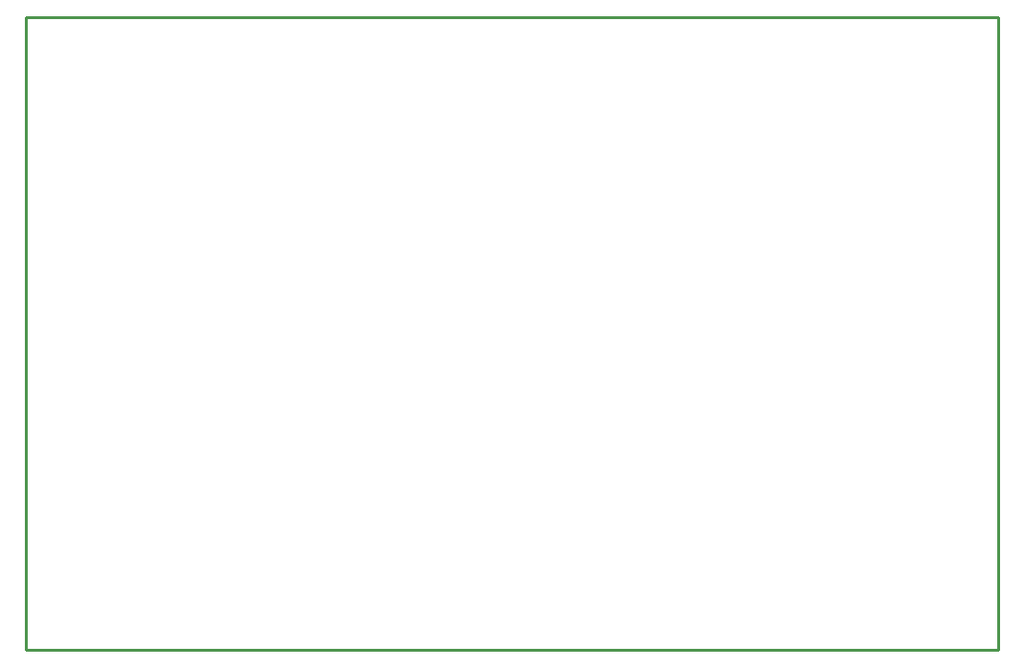
<source format=gko>
G04 Layer_Color=16711935*
%FSLAX23Y23*%
%MOIN*%
G70*
G01*
G75*
%ADD32C,0.010*%
D32*
X0Y0D02*
Y2205D01*
X3386D01*
Y0D02*
Y2205D01*
X0Y0D02*
X3386D01*
M02*

</source>
